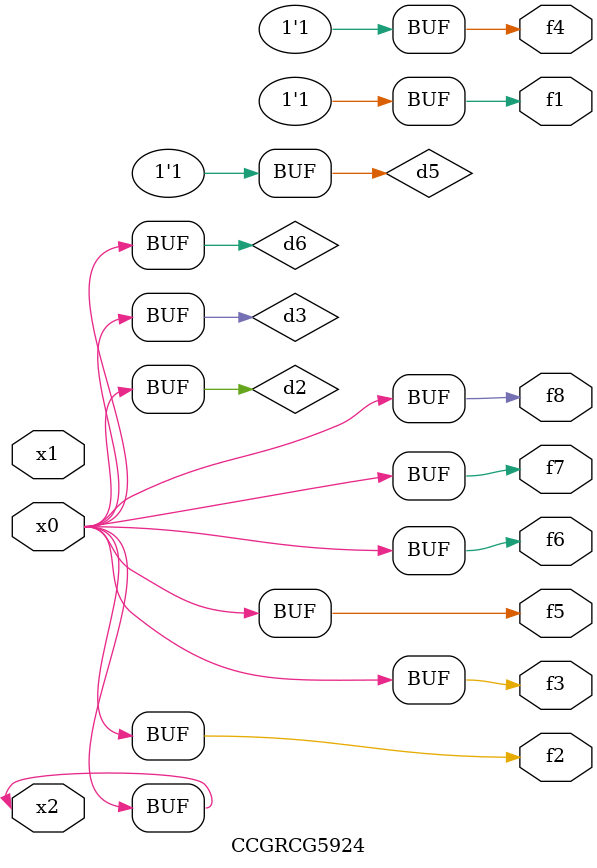
<source format=v>
module CCGRCG5924(
	input x0, x1, x2,
	output f1, f2, f3, f4, f5, f6, f7, f8
);

	wire d1, d2, d3, d4, d5, d6;

	xnor (d1, x2);
	buf (d2, x0, x2);
	and (d3, x0);
	xnor (d4, x1, x2);
	nand (d5, d1, d3);
	buf (d6, d2, d3);
	assign f1 = d5;
	assign f2 = d6;
	assign f3 = d6;
	assign f4 = d5;
	assign f5 = d6;
	assign f6 = d6;
	assign f7 = d6;
	assign f8 = d6;
endmodule

</source>
